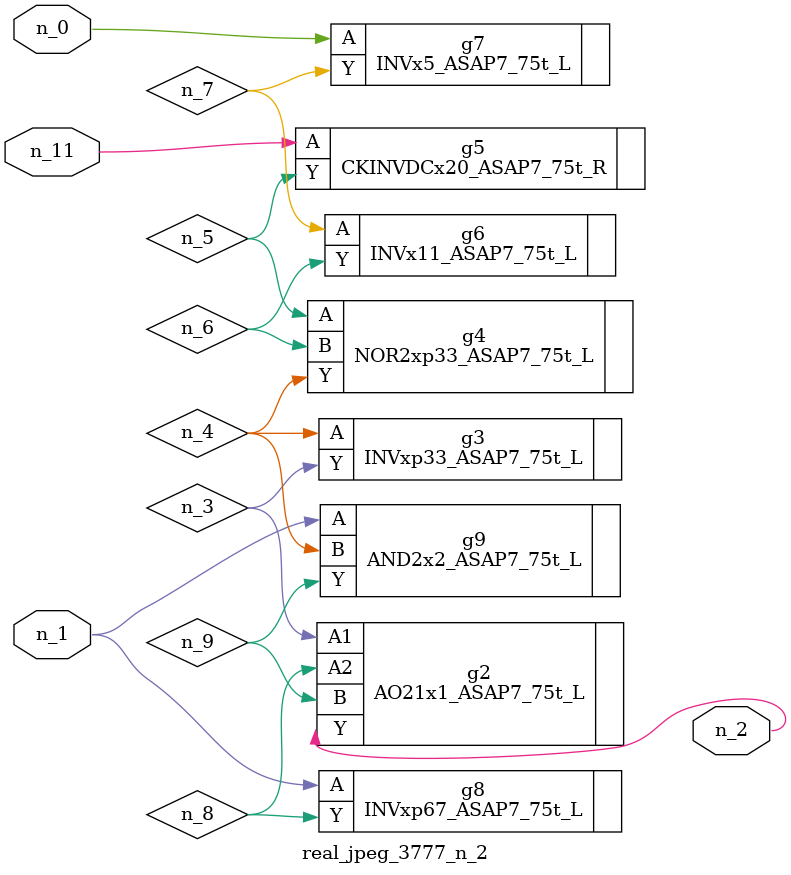
<source format=v>
module real_jpeg_3777_n_2 (n_1, n_11, n_0, n_2);

input n_1;
input n_11;
input n_0;

output n_2;

wire n_5;
wire n_8;
wire n_4;
wire n_6;
wire n_7;
wire n_3;
wire n_9;

INVx5_ASAP7_75t_L g7 ( 
.A(n_0),
.Y(n_7)
);

INVxp67_ASAP7_75t_L g8 ( 
.A(n_1),
.Y(n_8)
);

AND2x2_ASAP7_75t_L g9 ( 
.A(n_1),
.B(n_4),
.Y(n_9)
);

AO21x1_ASAP7_75t_L g2 ( 
.A1(n_3),
.A2(n_8),
.B(n_9),
.Y(n_2)
);

INVxp33_ASAP7_75t_L g3 ( 
.A(n_4),
.Y(n_3)
);

NOR2xp33_ASAP7_75t_L g4 ( 
.A(n_5),
.B(n_6),
.Y(n_4)
);

INVx11_ASAP7_75t_L g6 ( 
.A(n_7),
.Y(n_6)
);

CKINVDCx20_ASAP7_75t_R g5 ( 
.A(n_11),
.Y(n_5)
);


endmodule
</source>
